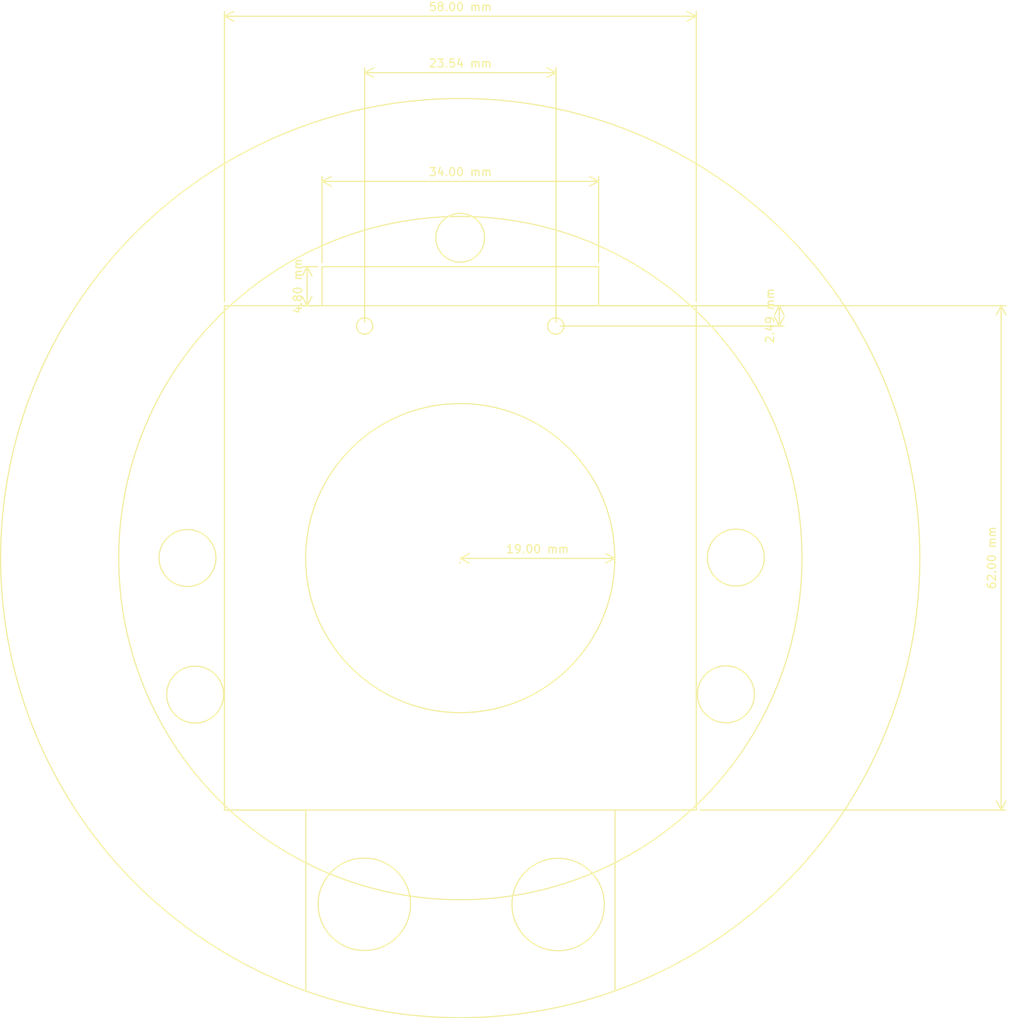
<source format=kicad_pcb>
(kicad_pcb (version 20211014) (generator pcbnew)

  (general
    (thickness 1.6)
  )

  (paper "A4")
  (layers
    (0 "F.Cu" signal)
    (31 "B.Cu" signal)
    (32 "B.Adhes" user "B.Adhesive")
    (33 "F.Adhes" user "F.Adhesive")
    (34 "B.Paste" user)
    (35 "F.Paste" user)
    (36 "B.SilkS" user "B.Silkscreen")
    (37 "F.SilkS" user "F.Silkscreen")
    (38 "B.Mask" user)
    (39 "F.Mask" user)
    (40 "Dwgs.User" user "User.Drawings")
    (41 "Cmts.User" user "User.Comments")
    (42 "Eco1.User" user "User.Eco1")
    (43 "Eco2.User" user "User.Eco2")
    (44 "Edge.Cuts" user)
    (45 "Margin" user)
    (46 "B.CrtYd" user "B.Courtyard")
    (47 "F.CrtYd" user "F.Courtyard")
    (48 "B.Fab" user)
    (49 "F.Fab" user)
    (50 "User.1" user)
    (51 "User.2" user)
    (52 "User.3" user)
    (53 "User.4" user)
    (54 "User.5" user)
    (55 "User.6" user)
    (56 "User.7" user)
    (57 "User.8" user)
    (58 "User.9" user)
  )

  (setup
    (stackup
      (layer "F.SilkS" (type "Top Silk Screen"))
      (layer "F.Paste" (type "Top Solder Paste"))
      (layer "F.Mask" (type "Top Solder Mask") (thickness 0.01))
      (layer "F.Cu" (type "copper") (thickness 0.035))
      (layer "dielectric 1" (type "core") (thickness 1.51) (material "FR4") (epsilon_r 4.5) (loss_tangent 0.02))
      (layer "B.Cu" (type "copper") (thickness 0.035))
      (layer "B.Mask" (type "Bottom Solder Mask") (thickness 0.01))
      (layer "B.Paste" (type "Bottom Solder Paste"))
      (layer "B.SilkS" (type "Bottom Silk Screen"))
      (copper_finish "None")
      (dielectric_constraints no)
    )
    (pad_to_mask_clearance 0)
    (pcbplotparams
      (layerselection 0x00010fc_ffffffff)
      (disableapertmacros false)
      (usegerberextensions true)
      (usegerberattributes true)
      (usegerberadvancedattributes true)
      (creategerberjobfile false)
      (svguseinch false)
      (svgprecision 6)
      (excludeedgelayer true)
      (plotframeref false)
      (viasonmask false)
      (mode 1)
      (useauxorigin false)
      (hpglpennumber 1)
      (hpglpenspeed 20)
      (hpglpendiameter 15.000000)
      (dxfpolygonmode true)
      (dxfimperialunits true)
      (dxfusepcbnewfont true)
      (psnegative false)
      (psa4output false)
      (plotreference true)
      (plotvalue true)
      (plotinvisibletext false)
      (sketchpadsonfab false)
      (subtractmaskfromsilk false)
      (outputformat 1)
      (mirror false)
      (drillshape 0)
      (scaleselection 1)
      (outputdirectory "C3_gerber/")
    )
  )

  (net 0 "")

  (gr_circle (center 175.183797 103.3018) (end 178.683797 103.3018) (layer "F.SilkS") (width 0.15) (fill none) (tstamp 157b0178-8383-4b48-939d-5db10be8a4a2))
  (gr_circle (center 173.964597 120.1114) (end 177.464597 120.1114) (layer "F.SilkS") (width 0.15) (fill none) (tstamp 207b7555-55af-4694-967b-10899fe8d07c))
  (gr_circle (center 141.300197 103.3646) (end 160.300197 103.3646) (layer "F.SilkS") (width 0.15) (fill none) (tstamp 2b2c4a26-c09b-4afc-bcda-994b7f284733))
  (gr_circle (center 141.300197 63.9792) (end 144.300197 63.9792) (layer "F.SilkS") (width 0.15) (fill none) (tstamp 40f27d99-d846-41f8-b52e-d39590cab1af))
  (gr_line (start 158.318197 72.3392) (end 158.318197 67.5392) (layer "F.SilkS") (width 0.15) (tstamp 60228d24-a4cf-4a96-85c9-b81fcbcf513f))
  (gr_circle (center 153.050197 74.8392) (end 154.050197 74.8392) (layer "F.SilkS") (width 0.15) (fill none) (tstamp 63465065-5d0c-4f95-b215-247e4766dd41))
  (gr_circle (center 108.717197 120.142) (end 112.217197 120.142) (layer "F.SilkS") (width 0.15) (fill none) (tstamp 65d2c478-d6fb-4d28-b0c5-d28e752cc966))
  (gr_line (start 122.318197 134.3378) (end 112.318197 134.3392) (layer "F.SilkS") (width 0.15) (tstamp 6f783761-0e9c-436b-9d50-998170ef4cc9))
  (gr_circle (center 141.300197 103.3646) (end 197.800197 103.3646) (layer "F.SilkS") (width 0.15) (fill none) (tstamp 6f80f7bb-5c97-4fb6-b0d6-2d313c64c875))
  (gr_rect (start 112.318197 134.3392) (end 170.318197 72.3392) (layer "F.SilkS") (width 0.15) (fill none) (tstamp 740b9c73-51b4-425f-972c-1d3d66559ecf))
  (gr_circle (center 141.318197 103.3646) (end 183.318197 103.3646) (layer "F.SilkS") (width 0.15) (fill none) (tstamp 9fbafb3e-b89a-469e-8439-bbadb267e82e))
  (gr_line (start 122.318197 134.3378) (end 122.318197 156.5628) (layer "F.SilkS") (width 0.15) (tstamp a1d33fa9-9910-4642-bae2-ac56ab4146bd))
  (gr_line (start 160.332397 134.3406) (end 160.332397 156.5656) (layer "F.SilkS") (width 0.15) (tstamp a3f86742-c043-476e-9195-d18c44d03035))
  (gr_circle (center 129.514597 145.923) (end 134.594597 143.383) (layer "F.SilkS") (width 0.15) (fill none) (tstamp b170eb0a-8b86-4a04-a07b-a73547789076))
  (gr_circle (center 129.550197 74.8392) (end 130.550197 74.8392) (layer "F.SilkS") (width 0.15) (fill none) (tstamp bc12d016-e2ad-41d3-a3c2-b0f826cf19ba))
  (gr_circle (center 153.339797 145.9484) (end 158.419797 143.4084) (layer "F.SilkS") (width 0.15) (fill none) (tstamp cf24325d-cde3-46f7-b8c9-76d152336bad))
  (gr_line (start 124.318197 67.5392) (end 158.318197 67.5392) (layer "F.SilkS") (width 0.15) (tstamp dd63eafb-33f3-4910-9d61-94f4d46331d2))
  (gr_line (start 124.318197 72.3392) (end 124.318197 67.5392) (layer "F.SilkS") (width 0.15) (tstamp ea45d325-e337-4fdd-93ea-6b87d0c2e93d))
  (gr_circle (center 107.772197 103.3526) (end 111.272197 103.3526) (layer "F.SilkS") (width 0.15) (fill none) (tstamp f3ffe683-c567-4cab-9079-89955038e123))
  (dimension (type aligned) (layer "F.SilkS") (tstamp 09b272ed-80c2-42ff-9c18-a02020440827)
    (pts (xy 153.085797 74.8284) (xy 153.085797 72.3392))
    (height 27.432)
    (gr_text "2.49 mm" (at 179.367797 73.5838 90) (layer "F.SilkS") (tstamp 09b272ed-80c2-42ff-9c18-a02020440827)
      (effects (font (size 1 1) (thickness 0.15)))
    )
    (format (units 3) (units_format 1) (precision 2))
    (style (thickness 0.15) (arrow_length 1.27) (text_position_mode 0) (extension_height 0.58642) (extension_offset 0.5) keep_text_aligned)
  )
  (dimension (type aligned) (layer "F.SilkS") (tstamp 45400145-ba4f-4112-9f3a-d2403c78ce8b)
    (pts (xy 141.300197 103.3646) (xy 160.300273 103.3632))
    (height 0.0388)
    (gr_text "19.00 mm" (at 150.800153 102.2527 0.004221777385) (layer "F.SilkS") (tstamp 45400145-ba4f-4112-9f3a-d2403c78ce8b)
      (effects (font (size 1 1) (thickness 0.15)))
    )
    (format (units 3) (units_format 1) (precision 2))
    (style (thickness 0.15) (arrow_length 1.27) (text_position_mode 0) (extension_height 0.58642) (extension_offset 0.5) keep_text_aligned)
  )
  (dimension (type aligned) (layer "F.SilkS") (tstamp 6bb7d8e5-72a2-43fd-86df-0343f87f6f99)
    (pts (xy 124.318197 67.5392) (xy 124.318197 72.3392))
    (height 1.839399)
    (gr_text "4.80 mm" (at 121.328798 69.9392 90) (layer "F.SilkS") (tstamp 6bb7d8e5-72a2-43fd-86df-0343f87f6f99)
      (effects (font (size 1 1) (thickness 0.15)))
    )
    (format (units 3) (units_format 1) (precision 2))
    (style (thickness 0.15) (arrow_length 1.27) (text_position_mode 0) (extension_height 0.58642) (extension_offset 0.5) keep_text_aligned)
  )
  (dimension (type aligned) (layer "F.SilkS") (tstamp 80fa1bde-6920-4ad0-a23f-313320e9d25f)
    (pts (xy 124.318197 67.5392) (xy 158.318197 67.5392))
    (height -10.489402)
    (gr_text "34.00 mm" (at 141.318197 55.899798) (layer "F.SilkS") (tstamp 80fa1bde-6920-4ad0-a23f-313320e9d25f)
      (effects (font (size 1 1) (thickness 0.15)))
    )
    (format (units 3) (units_format 1) (precision 2))
    (style (thickness 0.15) (arrow_length 1.27) (text_position_mode 0) (extension_height 0.58642) (extension_offset 0.5) keep_text_aligned)
  )
  (dimension (type aligned) (layer "F.SilkS") (tstamp 89dd3fd8-e2ba-471b-87e4-2839b77baf06)
    (pts (xy 112.318197 72.3392) (xy 170.318197 72.3392))
    (height -35.5854)
    (gr_text "58.00 mm" (at 141.318197 35.6038) (layer "F.SilkS") (tstamp 89dd3fd8-e2ba-471b-87e4-2839b77baf06)
      (effects (font (size 1 1) (thickness 0.15)))
    )
    (format (units 3) (units_format 1) (precision 2))
    (style (thickness 0.15) (arrow_length 1.27) (text_position_mode 0) (extension_height 0.58642) (extension_offset 0.5) keep_text_aligned)
  )
  (dimension (type aligned) (layer "F.SilkS") (tstamp 9f4eb6e1-e229-4e2e-84b2-cdf7195b09ab)
    (pts (xy 129.550197 74.8392) (xy 153.085797 74.8392))
    (height -31.1512)
    (gr_text "23.54 mm" (at 141.317997 42.538) (layer "F.SilkS") (tstamp 9f4eb6e1-e229-4e2e-84b2-cdf7195b09ab)
      (effects (font (size 1 1) (thickness 0.15)))
    )
    (format (units 3) (units_format 1) (precision 2))
    (style (thickness 0.15) (arrow_length 1.27) (text_position_mode 0) (extension_height 0.58642) (extension_offset 0.5) keep_text_aligned)
  )
  (dimension (type aligned) (layer "F.SilkS") (tstamp d7b647c5-4b94-4579-9c3c-2a1285433ace)
    (pts (xy 170.318197 72.3392) (xy 170.318197 134.3392))
    (height -37.4792)
    (gr_text "62.00 mm" (at 206.647397 103.3392 90) (layer "F.SilkS") (tstamp d7b647c5-4b94-4579-9c3c-2a1285433ace)
      (effects (font (size 1 1) (thickness 0.15)))
    )
    (format (units 3) (units_format 1) (precision 2))
    (style (thickness 0.15) (arrow_length 1.27) (text_position_mode 0) (extension_height 0.58642) (extension_offset 0.5) keep_text_aligned)
  )

)

</source>
